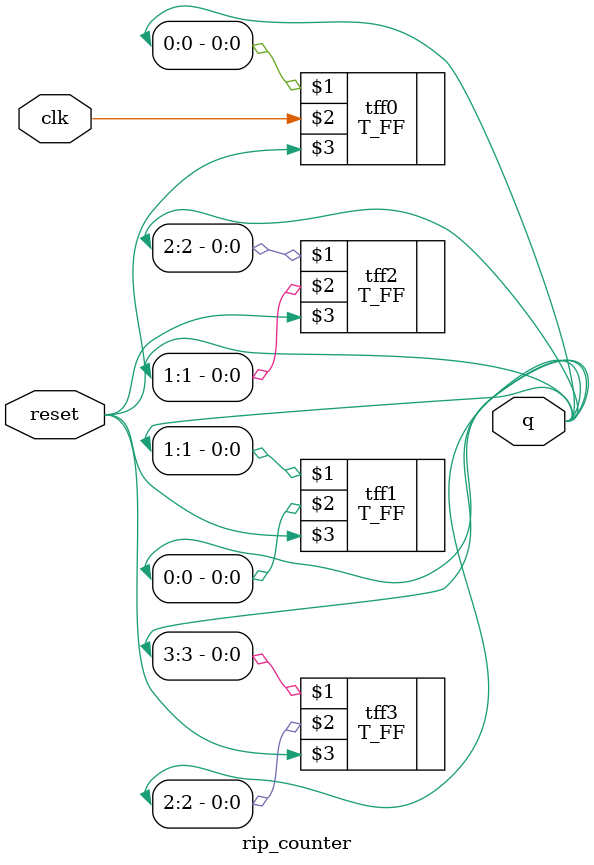
<source format=v>
`include "T_FF.v"
module rip_counter(
    output [3:0] q,
    input clk,
    input reset
);
T_FF tff0(q[0],  clk, reset);
T_FF tff1(q[1], q[0], reset);
T_FF tff2(q[2], q[1], reset);
T_FF tff3(q[3], q[2], reset);

endmodule
</source>
